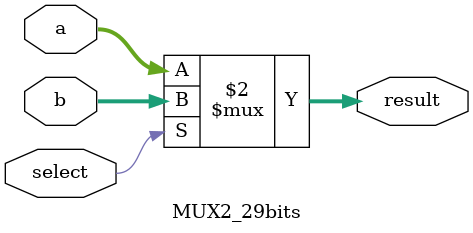
<source format=v>
module MUX2_29bits(
            input[28:0] a, 
            input[28:0] b,       //0 1
            input select,
            output[28:0] result
);

assign result = (select == 1) ? b[28:0] : a[28:0];


endmodule
</source>
